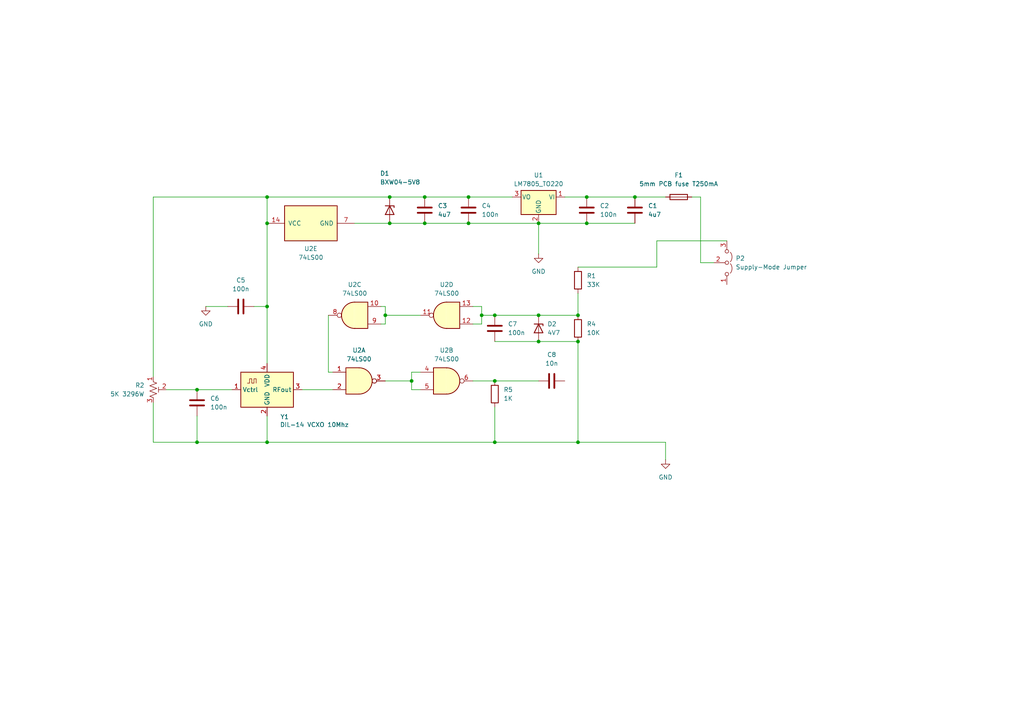
<source format=kicad_sch>
(kicad_sch (version 20231120) (generator "eeschema") (generator_version "8.0")
  (paper "A4")
  (title_block (title "PM66xx Oscillator") (date "2024-08-19") (rev "V9") (company "Designed by Gabriele Monti, (GA.MON Electronics)") (comment 1 "Improved TCXO / VCXO time base for meters and counters PHILIPS PM66xx family") (comment 2 "Replaces modules: PM9677, PM9678, PM9679, PM9680"))
  (lib_symbols
    (symbol "74xx:74LS00" (pin_names (offset 1.016))
      (property "Reference" "U" (at 0 1.27 0))
      (property "Value" "74LS00" (at 0 -1.27 0))
      (symbol "74LS00_1_1"
        (arc (start 0 -3.81) (mid 3.7934 0) (end 0 3.81) (stroke (width 0.254)) (fill (type background)))
        (polyline (pts (xy 0 3.81) (xy -3.81 3.81) (xy -3.81 -3.81) (xy 0 -3.81)) (stroke (width 0.254)) (fill (type background)))
        (pin input line (at -7.62 2.54 0) (length 3.81) (name "~") (number "1"))
        (pin input line (at -7.62 -2.54 0) (length 3.81) (name "~") (number "2"))
        (pin output inverted (at 7.62 0 180) (length 3.81) (name "~") (number "3"))
      )
      (symbol "74LS00_1_2"
        (arc (start -3.81 -3.81) (mid -2.589 0) (end -3.81 3.81) (stroke (width 0.254)))
        (arc (start -0.6096 -3.81) (mid 2.1842 -2.5851) (end 3.81 0) (stroke (width 0.254)) (fill (type background)))
        (polyline (pts (xy -3.81 -3.81) (xy -0.635 -3.81)) (stroke (width 0.254)) (fill (type background)))
        (polyline (pts (xy -3.81 3.81) (xy -0.635 3.81)) (stroke (width 0.254)) (fill (type background)))
        (polyline (pts (xy -0.635 3.81) (xy -3.81 3.81) (xy -3.81 3.81) (xy -3.556 3.4036) (xy -3.0226 2.2606) (xy -2.6924 1.0414) (xy -2.6162 -0.254) (xy -2.7686 -1.4986) (xy -3.175 -2.7178) (xy -3.81 -3.81) (xy -3.81 -3.81) (xy -0.635 -3.81)) (stroke (width -25.4)) (fill (type background)))
        (arc (start 3.81 0) (mid 2.1915 2.5936) (end -0.6096 3.81) (stroke (width 0.254)) (fill (type background)))
        (pin input inverted (at -7.62 2.54 0) (length 4.318) (name "~") (number "1"))
        (pin input inverted (at -7.62 -2.54 0) (length 4.318) (name "~") (number "2"))
        (pin output line (at 7.62 0 180) (length 3.81) (name "~") (number "3"))
      )
      (symbol "74LS00_2_1"
        (arc (start 0 -3.81) (mid 3.7934 0) (end 0 3.81) (stroke (width 0.254)) (fill (type background)))
        (polyline (pts (xy 0 3.81) (xy -3.81 3.81) (xy -3.81 -3.81) (xy 0 -3.81)) (stroke (width 0.254)) (fill (type background)))
        (pin input line (at -7.62 2.54 0) (length 3.81) (name "~") (number "4"))
        (pin input line (at -7.62 -2.54 0) (length 3.81) (name "~") (number "5"))
        (pin output inverted (at 7.62 0 180) (length 3.81) (name "~") (number "6"))
      )
      (symbol "74LS00_2_2"
        (arc (start -3.81 -3.81) (mid -2.589 0) (end -3.81 3.81) (stroke (width 0.254)))
        (arc (start -0.6096 -3.81) (mid 2.1842 -2.5851) (end 3.81 0) (stroke (width 0.254)) (fill (type background)))
        (polyline (pts (xy -3.81 -3.81) (xy -0.635 -3.81)) (stroke (width 0.254)) (fill (type background)))
        (polyline (pts (xy -3.81 3.81) (xy -0.635 3.81)) (stroke (width 0.254)) (fill (type background)))
        (polyline (pts (xy -0.635 3.81) (xy -3.81 3.81) (xy -3.81 3.81) (xy -3.556 3.4036) (xy -3.0226 2.2606) (xy -2.6924 1.0414) (xy -2.6162 -0.254) (xy -2.7686 -1.4986) (xy -3.175 -2.7178) (xy -3.81 -3.81) (xy -3.81 -3.81) (xy -0.635 -3.81)) (stroke (width -25.4)) (fill (type background)))
        (arc (start 3.81 0) (mid 2.1915 2.5936) (end -0.6096 3.81) (stroke (width 0.254)) (fill (type background)))
        (pin input inverted (at -7.62 2.54 0) (length 4.318) (name "~") (number "4"))
        (pin input inverted (at -7.62 -2.54 0) (length 4.318) (name "~") (number "5"))
        (pin output line (at 7.62 0 180) (length 3.81) (name "~") (number "6"))
      )
      (symbol "74LS00_3_1"
        (arc (start 0 -3.81) (mid 3.7934 0) (end 0 3.81) (stroke (width 0.254)) (fill (type background)))
        (polyline (pts (xy 0 3.81) (xy -3.81 3.81) (xy -3.81 -3.81) (xy 0 -3.81)) (stroke (width 0.254)) (fill (type background)))
        (pin input line (at -7.62 -2.54 0) (length 3.81) (name "~") (number "10"))
        (pin output inverted (at 7.62 0 180) (length 3.81) (name "~") (number "8"))
        (pin input line (at -7.62 2.54 0) (length 3.81) (name "~") (number "9"))
      )
      (symbol "74LS00_3_2"
        (arc (start -3.81 -3.81) (mid -2.589 0) (end -3.81 3.81) (stroke (width 0.254)))
        (arc (start -0.6096 -3.81) (mid 2.1842 -2.5851) (end 3.81 0) (stroke (width 0.254)) (fill (type background)))
        (polyline (pts (xy -3.81 -3.81) (xy -0.635 -3.81)) (stroke (width 0.254)) (fill (type background)))
        (polyline (pts (xy -3.81 3.81) (xy -0.635 3.81)) (stroke (width 0.254)) (fill (type background)))
        (polyline (pts (xy -0.635 3.81) (xy -3.81 3.81) (xy -3.81 3.81) (xy -3.556 3.4036) (xy -3.0226 2.2606) (xy -2.6924 1.0414) (xy -2.6162 -0.254) (xy -2.7686 -1.4986) (xy -3.175 -2.7178) (xy -3.81 -3.81) (xy -3.81 -3.81) (xy -0.635 -3.81)) (stroke (width -25.4)) (fill (type background)))
        (arc (start 3.81 0) (mid 2.1915 2.5936) (end -0.6096 3.81) (stroke (width 0.254)) (fill (type background)))
        (pin input inverted (at -7.62 -2.54 0) (length 4.318) (name "~") (number "10"))
        (pin output line (at 7.62 0 180) (length 3.81) (name "~") (number "8"))
        (pin input inverted (at -7.62 2.54 0) (length 4.318) (name "~") (number "9"))
      )
      (symbol "74LS00_4_1"
        (arc (start 0 -3.81) (mid 3.7934 0) (end 0 3.81) (stroke (width 0.254)) (fill (type background)))
        (polyline (pts (xy 0 3.81) (xy -3.81 3.81) (xy -3.81 -3.81) (xy 0 -3.81)) (stroke (width 0.254)) (fill (type background)))
        (pin output inverted (at 7.62 0 180) (length 3.81) (name "~") (number "11"))
        (pin input line (at -7.62 2.54 0) (length 3.81) (name "~") (number "12"))
        (pin input line (at -7.62 -2.54 0) (length 3.81) (name "~") (number "13"))
      )
      (symbol "74LS00_4_2"
        (arc (start -3.81 -3.81) (mid -2.589 0) (end -3.81 3.81) (stroke (width 0.254)))
        (arc (start -0.6096 -3.81) (mid 2.1842 -2.5851) (end 3.81 0) (stroke (width 0.254)) (fill (type background)))
        (polyline (pts (xy -3.81 -3.81) (xy -0.635 -3.81)) (stroke (width 0.254)) (fill (type background)))
        (polyline (pts (xy -3.81 3.81) (xy -0.635 3.81)) (stroke (width 0.254)) (fill (type background)))
        (polyline (pts (xy -0.635 3.81) (xy -3.81 3.81) (xy -3.81 3.81) (xy -3.556 3.4036) (xy -3.0226 2.2606) (xy -2.6924 1.0414) (xy -2.6162 -0.254) (xy -2.7686 -1.4986) (xy -3.175 -2.7178) (xy -3.81 -3.81) (xy -3.81 -3.81) (xy -0.635 -3.81)) (stroke (width -25.4)) (fill (type background)))
        (arc (start 3.81 0) (mid 2.1915 2.5936) (end -0.6096 3.81) (stroke (width 0.254)) (fill (type background)))
        (pin output line (at 7.62 0 180) (length 3.81) (name "~") (number "11"))
        (pin input inverted (at -7.62 2.54 0) (length 4.318) (name "~") (number "12"))
        (pin input inverted (at -7.62 -2.54 0) (length 4.318) (name "~") (number "13"))
      )
      (symbol "74LS00_5_0"
        (pin power_in line (at 0 12.7 270) (length 5.08) (name "VCC") (number "14"))
        (pin power_in line (at 0 -12.7 90) (length 5.08) (name "GND") (number "7"))
      )
      (symbol "74LS00_5_1"
        (rectangle (start -5.08 7.62) (end 5.08 -7.62) (stroke (width 0.254)) (fill (type background)))
      )
    )
    (symbol "Device:C" (pin_numbers hide) (pin_names (offset 0.254))
      (property "Reference" "C" (at 0.635 2.54 0))
      (property "Value" "C" (at 0.635 -2.54 0))
      (symbol "C_0_1"
        (polyline (pts (xy -2.032 -0.762) (xy 2.032 -0.762)) (stroke (width 0.508)))
        (polyline (pts (xy -2.032 0.762) (xy 2.032 0.762)) (stroke (width 0.508)))
      )
      (symbol "C_1_1"
        (pin passive line (at 0 3.81 270) (length 2.794) (name "~") (number "1"))
        (pin passive line (at 0 -3.81 90) (length 2.794) (name "~") (number "2"))
      )
    )
    (symbol "Device:D_Zener" (pin_numbers hide) (pin_names (offset 1.016) hide)
      (property "Reference" "D" (at 0 2.54 0))
      (property "Value" "D_Zener" (at 0 -2.54 0))
      (symbol "D_Zener_0_1"
        (polyline (pts (xy 1.27 0) (xy -1.27 0)))
        (polyline (pts (xy -1.27 -1.27) (xy -1.27 1.27) (xy -0.762 1.27)) (stroke (width 0.254)))
        (polyline (pts (xy 1.27 -1.27) (xy 1.27 1.27) (xy -1.27 0) (xy 1.27 -1.27)) (stroke (width 0.254)))
      )
      (symbol "D_Zener_1_1"
        (pin passive line (at -3.81 0 0) (length 2.54) (name "K") (number "1"))
        (pin passive line (at 3.81 0 180) (length 2.54) (name "A") (number "2"))
      )
    )
    (symbol "Device:Fuse" (pin_numbers hide) (pin_names (offset 0))
      (property "Reference" "F" (at 2.032 0 90))
      (property "Value" "Fuse" (at -1.905 0 90))
      (symbol "Fuse_0_1"
        (rectangle (start -0.762 -2.54) (end 0.762 2.54) (stroke (width 0.254)))
        (polyline (pts (xy 0 2.54) (xy 0 -2.54)))
      )
      (symbol "Fuse_1_1"
        (pin passive line (at 0 3.81 270) (length 1.27) (name "~") (number "1"))
        (pin passive line (at 0 -3.81 90) (length 1.27) (name "~") (number "2"))
      )
    )
    (symbol "Device:R" (pin_numbers hide) (pin_names (offset 0))
      (property "Reference" "R" (at 2.032 0 90))
      (property "Value" "R" (at 0 0 90))
      (symbol "R_0_1"
        (rectangle (start -1.016 -2.54) (end 1.016 2.54) (stroke (width 0.254)))
      )
      (symbol "R_1_1"
        (pin passive line (at 0 3.81 270) (length 1.27) (name "~") (number "1"))
        (pin passive line (at 0 -3.81 90) (length 1.27) (name "~") (number "2"))
      )
    )
    (symbol "Device:R_Potentiometer_Trim_US" (pin_names (offset 1.016) hide)
      (property "Reference" "RV" (at -4.445 0 90))
      (property "Value" "R_Potentiometer_Trim_US" (at -2.54 0 90))
      (symbol "R_Potentiometer_Trim_US_0_1"
        (polyline (pts (xy 0 -2.286) (xy 0 -2.54)))
        (polyline (pts (xy 0 2.286) (xy 0 2.54)))
        (polyline (pts (xy 1.524 0.762) (xy 1.524 -0.762)))
        (polyline (pts (xy 2.54 0) (xy 1.524 0)))
        (polyline (pts (xy 0 -0.762) (xy 1.016 -1.143) (xy 0 -1.524) (xy -1.016 -1.905) (xy 0 -2.286)))
        (polyline (pts (xy 0 0.762) (xy 1.016 0.381) (xy 0 0) (xy -1.016 -0.381) (xy 0 -0.762)))
        (polyline (pts (xy 0 2.286) (xy 1.016 1.905) (xy 0 1.524) (xy -1.016 1.143) (xy 0 0.762)))
      )
      (symbol "R_Potentiometer_Trim_US_1_1"
        (pin passive line (at 0 3.81 270) (length 1.27) (name "1") (number "1"))
        (pin passive line (at 3.81 0 180) (length 1.27) (name "2") (number "2"))
        (pin passive line (at 0 -3.81 90) (length 1.27) (name "3") (number "3"))
      )
    )
    (symbol "Jumper:Jumper_3_Open" (pin_names (offset 0) hide) (exclude_from_sim yes) (in_bom no)
      (property "Reference" "JP" (at -2.54 -2.54 0))
      (property "Value" "Jumper_3_Open" (at 0 2.794 0))
      (symbol "Jumper_3_Open_0_0"
        (circle (center -3.302 0) (radius 0.508))
        (circle (center 0 0) (radius 0.508))
        (circle (center 3.302 0) (radius 0.508))
      )
      (symbol "Jumper_3_Open_0_1"
        (arc (start -0.254 1.016) (mid -1.651 1.4992) (end -3.048 1.016))
        (polyline (pts (xy 0 -0.508) (xy 0 -1.27)))
        (arc (start 3.048 1.016) (mid 1.651 1.4992) (end 0.254 1.016))
      )
      (symbol "Jumper_3_Open_1_1"
        (pin passive line (at -6.35 0 0) (length 2.54) (name "A") (number "1"))
        (pin passive line (at 0 -3.81 90) (length 2.54) (name "C") (number "2"))
        (pin passive line (at 6.35 0 180) (length 2.54) (name "B") (number "3"))
      )
    )
    (symbol "Oscillator:ABLNO"
      (property "Reference" "X" (at -8.89 6.35 0))
      (property "Value" "ABLNO" (at 3.81 6.35 0))
      (symbol "ABLNO_0_1"
        (rectangle (start -7.62 5.08) (end 7.62 -5.08) (stroke (width 0.254)) (fill (type background)))
        (polyline (pts (xy -5.715 1.905) (xy -5.08 1.905) (xy -5.08 3.175) (xy -4.445 3.175) (xy -4.445 1.905) (xy -3.81 1.905) (xy -3.81 3.175) (xy -3.175 3.175) (xy -3.175 1.905)))
      )
      (symbol "ABLNO_1_1"
        (pin input line (at -10.16 0 0) (length 2.54) (name "Vctrl") (number "1"))
        (pin power_in line (at 0 -7.62 90) (length 2.54) (name "GND") (number "2"))
        (pin output line (at 10.16 0 180) (length 2.54) (name "RFout") (number "3"))
        (pin power_in line (at 0 7.62 270) (length 2.54) (name "VDD") (number "4"))
      )
    )
    (symbol "Regulator_Linear:LM7805_TO220" (pin_names (offset 0.254))
      (property "Reference" "U" (at -3.81 3.175 0))
      (property "Value" "LM7805_TO220" (at 0 3.175 0))
      (symbol "LM7805_TO220_0_1"
        (rectangle (start -5.08 1.905) (end 5.08 -5.08) (stroke (width 0.254)) (fill (type background)))
      )
      (symbol "LM7805_TO220_1_1"
        (pin power_in line (at -7.62 0 0) (length 2.54) (name "VI") (number "1"))
        (pin power_in line (at 0 -7.62 90) (length 2.54) (name "GND") (number "2"))
        (pin power_out line (at 7.62 0 180) (length 2.54) (name "VO") (number "3"))
      )
    )
    (symbol "power:GND" (power) (pin_numbers hide) (pin_names (offset 0) hide)
      (property "Value" "GND" (at 0 -3.81 0))
      (symbol "GND_0_1"
        (polyline (pts (xy 0 0) (xy 0 -1.27) (xy 1.27 -1.27) (xy 0 -2.54) (xy -1.27 -1.27) (xy 0 -1.27)))
      )
      (symbol "GND_1_1"
        (pin power_in line (at 0 0 270) (length 0) (name "~") (number "1"))
      )
    )
  )
  (junction (at 77.47 64.77))
  (junction (at 170.18 64.77))
  (junction (at 135.89 64.77))
  (junction (at 77.47 57.15))
  (junction (at 77.47 88.9))
  (junction (at 119.38 110.49))
  (junction (at 143.51 128.27))
  (junction (at 143.51 91.44))
  (junction (at 111.76 91.44))
  (junction (at 139.7 91.44))
  (junction (at 170.18 57.15))
  (junction (at 156.21 91.44))
  (junction (at 143.51 110.49))
  (junction (at 57.15 113.03))
  (junction (at 167.64 91.44))
  (junction (at 77.47 128.27))
  (junction (at 156.21 64.77))
  (junction (at 123.19 57.15))
  (junction (at 113.03 64.77))
  (junction (at 123.19 64.77))
  (junction (at 167.64 99.06))
  (junction (at 167.64 128.27))
  (junction (at 113.03 57.15))
  (junction (at 184.15 57.15))
  (junction (at 135.89 57.15))
  (junction (at 57.15 128.27))
  (junction (at 156.21 99.06))
  (wire (pts (xy 156.21 91.44) (xy 167.64 91.44)))
  (wire (pts (xy 95.25 91.44) (xy 95.25 107.95)))
  (wire (pts (xy 163.83 57.15) (xy 170.18 57.15)))
  (wire (pts (xy 111.76 93.98) (xy 110.49 93.98)))
  (wire (pts (xy 167.64 85.09) (xy 167.64 91.44)))
  (wire (pts (xy 139.7 88.9) (xy 139.7 91.44)))
  (wire (pts (xy 57.15 113.03) (xy 67.31 113.03)))
  (wire (pts (xy 193.04 128.27) (xy 193.04 133.35)))
  (wire (pts (xy 139.7 91.44) (xy 139.7 93.98)))
  (wire (pts (xy 77.47 57.15) (xy 77.47 64.77)))
  (wire (pts (xy 87.63 113.03) (xy 96.52 113.03)))
  (wire (pts (xy 111.76 91.44) (xy 121.92 91.44)))
  (wire (pts (xy 48.26 113.03) (xy 57.15 113.03)))
  (wire (pts (xy 156.21 99.06) (xy 167.64 99.06)))
  (wire (pts (xy 167.64 77.47) (xy 190.5 77.47)))
  (wire (pts (xy 170.18 57.15) (xy 184.15 57.15)))
  (wire (pts (xy 111.76 110.49) (xy 119.38 110.49)))
  (wire (pts (xy 113.03 57.15) (xy 77.47 57.15)))
  (wire (pts (xy 143.51 99.06) (xy 156.21 99.06)))
  (wire (pts (xy 207.01 76.2) (xy 203.2 76.2)))
  (wire (pts (xy 57.15 128.27) (xy 44.45 128.27)))
  (wire (pts (xy 143.51 91.44) (xy 156.21 91.44)))
  (wire (pts (xy 119.38 107.95) (xy 119.38 110.49)))
  (wire (pts (xy 184.15 57.15) (xy 193.04 57.15)))
  (wire (pts (xy 44.45 57.15) (xy 77.47 57.15)))
  (wire (pts (xy 59.69 88.9) (xy 66.04 88.9)))
  (wire (pts (xy 57.15 120.65) (xy 57.15 128.27)))
  (wire (pts (xy 113.03 57.15) (xy 123.19 57.15)))
  (wire (pts (xy 123.19 64.77) (xy 135.89 64.77)))
  (wire (pts (xy 111.76 88.9) (xy 110.49 88.9)))
  (wire (pts (xy 190.5 77.47) (xy 190.5 69.85)))
  (wire (pts (xy 102.87 64.77) (xy 113.03 64.77)))
  (wire (pts (xy 143.51 118.11) (xy 143.51 128.27)))
  (wire (pts (xy 77.47 105.41) (xy 77.47 88.9)))
  (wire (pts (xy 119.38 110.49) (xy 119.38 113.03)))
  (wire (pts (xy 167.64 128.27) (xy 167.64 99.06)))
  (wire (pts (xy 95.25 107.95) (xy 96.52 107.95)))
  (wire (pts (xy 156.21 64.77) (xy 170.18 64.77)))
  (wire (pts (xy 139.7 91.44) (xy 143.51 91.44)))
  (wire (pts (xy 113.03 64.77) (xy 123.19 64.77)))
  (wire (pts (xy 135.89 57.15) (xy 148.59 57.15)))
  (wire (pts (xy 203.2 57.15) (xy 200.66 57.15)))
  (wire (pts (xy 77.47 88.9) (xy 77.47 64.77)))
  (wire (pts (xy 119.38 107.95) (xy 121.92 107.95)))
  (wire (pts (xy 77.47 120.65) (xy 77.47 128.27)))
  (wire (pts (xy 167.64 128.27) (xy 193.04 128.27)))
  (wire (pts (xy 44.45 109.22) (xy 44.45 57.15)))
  (wire (pts (xy 156.21 64.77) (xy 156.21 73.66)))
  (wire (pts (xy 77.47 128.27) (xy 143.51 128.27)))
  (wire (pts (xy 121.92 113.03) (xy 119.38 113.03)))
  (wire (pts (xy 137.16 110.49) (xy 143.51 110.49)))
  (wire (pts (xy 77.47 128.27) (xy 57.15 128.27)))
  (wire (pts (xy 143.51 110.49) (xy 156.21 110.49)))
  (wire (pts (xy 73.66 88.9) (xy 77.47 88.9)))
  (wire (pts (xy 203.2 76.2) (xy 203.2 57.15)))
  (wire (pts (xy 190.5 69.85) (xy 210.82 69.85)))
  (wire (pts (xy 135.89 64.77) (xy 156.21 64.77)))
  (wire (pts (xy 44.45 128.27) (xy 44.45 116.84)))
  (wire (pts (xy 123.19 57.15) (xy 135.89 57.15)))
  (wire (pts (xy 111.76 88.9) (xy 111.76 91.44)))
  (wire (pts (xy 143.51 128.27) (xy 167.64 128.27)))
  (wire (pts (xy 111.76 91.44) (xy 111.76 93.98)))
  (wire (pts (xy 170.18 64.77) (xy 184.15 64.77)))
  (wire (pts (xy 139.7 93.98) (xy 137.16 93.98)))
  (wire (pts (xy 137.16 88.9) (xy 139.7 88.9)))
  (symbol (lib_id "power:GND") (at 193.04 133.35 0) (unit 1)
    (property "Reference" "#PWR03" (effects (hide yes)))
    (property "Value" "GND" (at 193.04 138.43 0))
    (property "Description" "Power symbol creates a global label with name \"GND\" , ground" (effects (hide yes)))
  )
  (symbol (lib_id "Device:C") (at 160.02 110.49 90) (unit 1)
    (property "Reference" "C8" (at 160.02 102.87 90))
    (property "Value" "10n" (at 160.02 105.41 90))
    (property "Description" "Unpolarized capacitor" (effects (hide yes)))
  )
  (symbol (lib_id "Device:C") (at 170.18 60.96 0) (unit 1)
    (property "Reference" "C2" (at 173.99 59.6899 0) (effects (justify left)))
    (property "Value" "100n" (at 173.99 62.2299 0) (effects (justify left)))
    (property "Description" "Unpolarized capacitor" (effects (hide yes)))
  )
  (symbol (lib_id "Device:C") (at 184.15 60.96 0) (unit 1)
    (property "Reference" "C1" (at 187.96 59.6899 0) (effects (justify left)))
    (property "Value" "4u7" (at 187.96 62.2299 0) (effects (justify left)))
    (property "Description" "Unpolarized capacitor" (effects (hide yes)))
  )
  (symbol (lib_id "Device:C") (at 135.89 60.96 0) (unit 1)
    (property "Reference" "C4" (at 139.7 59.6899 0) (effects (justify left)))
    (property "Value" "100n" (at 139.7 62.2299 0) (effects (justify left)))
    (property "Description" "Unpolarized capacitor" (effects (hide yes)))
  )
  (symbol (lib_id "Device:C") (at 123.19 60.96 0) (unit 1)
    (property "Reference" "C3" (at 127 59.6899 0) (effects (justify left)))
    (property "Value" "4u7" (at 127 62.2299 0) (effects (justify left)))
    (property "Description" "Unpolarized capacitor" (effects (hide yes)))
  )
  (symbol (lib_id "Oscillator:ABLNO") (at 77.47 113.03 0) (unit 1)
    (property "Reference" "Y1" (at 82.55 120.904 0))
    (property "Value" "DIL-14 VCXO 10Mhz" (at 91.186 123.19 0))
    (property "Footprint" "Oscillator:Oscillator_SMD_Abracon_ABLNO" (effects (hide yes)))
    (property "Datasheet" "https://abracon.com/Precisiontiming/ABLNO.pdf" (effects (hide yes)))
    (property "Description" "LVCMOS Ultra Low Phase Noise XO / VCXO, Abracon ABLNO" (effects (hide yes)))
  )
  (symbol (lib_id "74xx:74LS00") (at 104.14 110.49 0) (unit 1)
    (property "Reference" "U2" (at 104.1317 101.6 0))
    (property "Value" "74LS00" (at 104.1317 104.14 0))
    (property "Datasheet" "http://www.ti.com/lit/gpn/sn74ls00" (effects (hide yes)))
    (property "Description" "quad 2-input NAND gate" (effects (hide yes)))
  )
  (symbol (lib_id "74xx:74LS00") (at 90.17 64.77 90) (mirror x) (unit 5)
    (property "Reference" "U2" (at 90.17 72.136 90))
    (property "Value" "74LS00" (at 90.17 74.676 90))
    (property "Datasheet" "http://www.ti.com/lit/gpn/sn74ls00" (effects (hide yes)))
    (property "Description" "quad 2-input NAND gate" (effects (hide yes)))
  )
  (symbol (lib_id "power:GND") (at 156.21 73.66 0) (unit 1)
    (property "Reference" "#PWR02" (effects (hide yes)))
    (property "Value" "GND" (at 156.21 78.74 0))
    (property "Description" "Power symbol creates a global label with name \"GND\" , ground" (effects (hide yes)))
  )
  (symbol (lib_id "Device:Fuse") (at 196.85 57.15 90) (unit 1)
    (property "Reference" "F1" (at 196.85 50.8 90))
    (property "Value" "5mm PCB fuse T250mA" (at 196.85 53.34 90))
    (property "Description" "Fuse" (effects (hide yes)))
  )
  (symbol (lib_id "Device:C") (at 57.15 116.84 0) (unit 1)
    (property "Reference" "C6" (at 60.96 115.5699 0) (effects (justify left)))
    (property "Value" "100n" (at 60.96 118.1099 0) (effects (justify left)))
    (property "Description" "Unpolarized capacitor" (effects (hide yes)))
  )
  (symbol (lib_id "Device:C") (at 143.51 95.25 0) (unit 1)
    (property "Reference" "C7" (at 147.32 93.9799 0) (effects (justify left)))
    (property "Value" "100n" (at 147.32 96.5199 0) (effects (justify left)))
    (property "Description" "Unpolarized capacitor" (effects (hide yes)))
  )
  (symbol (lib_id "Device:R") (at 167.64 95.25 0) (unit 1)
    (property "Reference" "R4" (at 170.18 93.9799 0) (effects (justify left)))
    (property "Value" "10K" (at 170.18 96.5199 0) (effects (justify left)))
    (property "Description" "Resistor" (effects (hide yes)))
  )
  (symbol (lib_id "Device:C") (at 69.85 88.9 90) (unit 1)
    (property "Reference" "C5" (at 69.85 81.28 90))
    (property "Value" "100n" (at 69.85 83.82 90))
    (property "Description" "Unpolarized capacitor" (effects (hide yes)))
  )
  (symbol (lib_id "Jumper:Jumper_3_Open") (at 210.82 76.2 270) (mirror x) (unit 1) (exclude_from_sim yes) (in_bom no)
    (property "Reference" "P2" (at 213.36 74.9299 90) (effects (justify left)))
    (property "Value" "Supply-Mode Jumper" (at 213.36 77.4699 90) (effects (justify left)))
    (property "Description" "Jumper, 3-pole, both open" (effects (hide yes)))
  )
  (symbol (lib_id "Device:D_Zener") (at 156.21 95.25 270) (unit 1)
    (property "Reference" "D2" (at 158.75 93.9799 90) (effects (justify left)))
    (property "Value" "4V7" (at 158.75 96.5199 90) (effects (justify left)))
    (property "Description" "Zener diode" (effects (hide yes)))
  )
  (symbol (lib_id "Device:R") (at 167.64 81.28 0) (unit 1)
    (property "Reference" "R1" (at 170.18 80.0099 0) (effects (justify left)))
    (property "Value" "33K" (at 170.18 82.5499 0) (effects (justify left)))
    (property "Description" "Resistor" (effects (hide yes)))
  )
  (symbol (lib_id "74xx:74LS00") (at 129.54 110.49 0) (unit 2)
    (property "Reference" "U2" (at 129.5317 101.6 0))
    (property "Value" "74LS00" (at 129.5317 104.14 0))
    (property "Datasheet" "http://www.ti.com/lit/gpn/sn74ls00" (effects (hide yes)))
    (property "Description" "quad 2-input NAND gate" (effects (hide yes)))
  )
  (symbol (lib_id "Device:R") (at 143.51 114.3 0) (unit 1)
    (property "Reference" "R5" (at 146.05 113.0299 0) (effects (justify left)))
    (property "Value" "1K" (at 146.05 115.5699 0) (effects (justify left)))
    (property "Description" "Resistor" (effects (hide yes)))
  )
  (symbol (lib_id "Device:D_Zener") (at 113.03 60.96 270) (unit 1)
    (property "Reference" "D1" (at 110.236 50.292 90) (effects (justify left)))
    (property "Value" "BXW04-5V8" (at 110.236 52.832 90) (effects (justify left)))
    (property "Description" "Zener diode" (effects (hide yes)))
  )
  (symbol (lib_id "power:GND") (at 59.69 88.9 0) (unit 1)
    (property "Reference" "#PWR01" (effects (hide yes)))
    (property "Value" "GND" (at 59.69 93.98 0))
    (property "Description" "Power symbol creates a global label with name \"GND\" , ground" (effects (hide yes)))
  )
  (symbol (lib_id "Device:R_Potentiometer_Trim_US") (at 44.45 113.03 0) (unit 1)
    (property "Reference" "R2" (at 41.91 111.7599 0) (effects (justify right)))
    (property "Value" "5K 3296W" (at 41.91 114.2999 0) (effects (justify right)))
    (property "Description" "Trim-potentiometer, US symbol" (effects (hide yes)))
  )
  (symbol (lib_id "Regulator_Linear:LM7805_TO220") (at 156.21 57.15 0) (mirror y) (unit 1)
    (property "Reference" "U1" (at 156.21 50.8 0))
    (property "Value" "LM7805_TO220" (at 156.21 53.34 0))
    (property "Footprint" "Package_TO_SOT_THT:TO-220-3_Vertical" (effects (hide yes)))
    (property "Datasheet" "https://www.onsemi.cn/PowerSolutions/document/MC7800-D.PDF" (effects (hide yes)))
    (property "Description" "Positive 1A 35V Linear Regulator, Fixed Output 5V, TO-220" (effects (hide yes)))
  )
  (symbol (lib_id "74xx:74LS00") (at 129.54 91.44 180) (unit 4)
    (property "Reference" "U2" (at 129.5483 82.55 0))
    (property "Value" "74LS00" (at 129.5483 85.09 0))
    (property "Datasheet" "http://www.ti.com/lit/gpn/sn74ls00" (effects (hide yes)))
    (property "Description" "quad 2-input NAND gate" (effects (hide yes)))
  )
  (symbol (lib_id "74xx:74LS00") (at 102.87 91.44 180) (unit 3)
    (property "Reference" "U2" (at 102.8783 82.55 0))
    (property "Value" "74LS00" (at 102.8783 85.09 0))
    (property "Datasheet" "http://www.ti.com/lit/gpn/sn74ls00" (effects (hide yes)))
    (property "Description" "quad 2-input NAND gate" (effects (hide yes)))
  )
)
</source>
